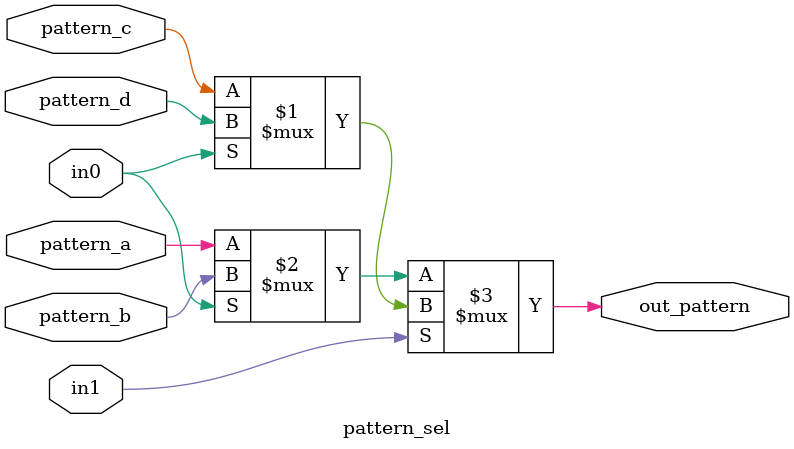
<source format=v>
`timescale 1ns / 1ps


module pattern_sel(
    input in1, // msb switch 
    input in0,
    input pattern_a, // Glider
    input pattern_b, // Blinker
    input pattern_c, // Beacon
    input pattern_d, // Acorn
    output out_pattern
    );
    
    assign out_pattern = in1 ? ( in0 ? pattern_d : pattern_c) : (in0 ? pattern_b : pattern_a);
    
endmodule

</source>
